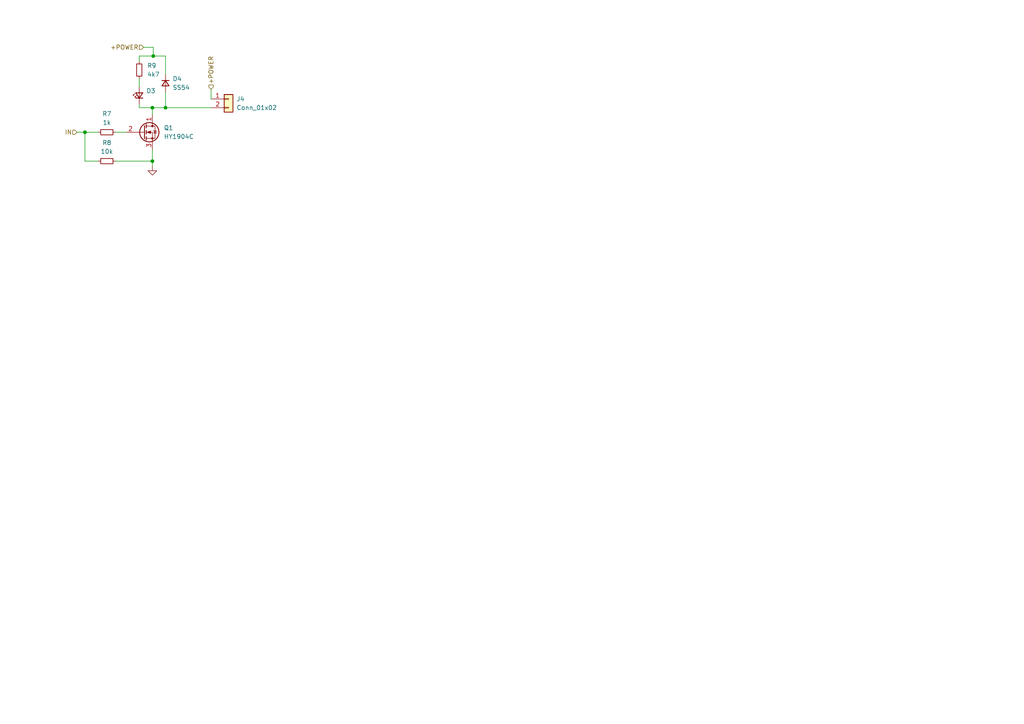
<source format=kicad_sch>
(kicad_sch (version 20211123) (generator eeschema)

  (uuid cddf9476-876b-4158-8e05-0151df443b0d)

  (paper "A4")

  (lib_symbols
    (symbol "Connector_Generic:Conn_01x02" (pin_names (offset 1.016) hide) (in_bom yes) (on_board yes)
      (property "Reference" "J" (id 0) (at 0 2.54 0)
        (effects (font (size 1.27 1.27)))
      )
      (property "Value" "Conn_01x02" (id 1) (at 0 -5.08 0)
        (effects (font (size 1.27 1.27)))
      )
      (property "Footprint" "" (id 2) (at 0 0 0)
        (effects (font (size 1.27 1.27)) hide)
      )
      (property "Datasheet" "~" (id 3) (at 0 0 0)
        (effects (font (size 1.27 1.27)) hide)
      )
      (property "ki_keywords" "connector" (id 4) (at 0 0 0)
        (effects (font (size 1.27 1.27)) hide)
      )
      (property "ki_description" "Generic connector, single row, 01x02, script generated (kicad-library-utils/schlib/autogen/connector/)" (id 5) (at 0 0 0)
        (effects (font (size 1.27 1.27)) hide)
      )
      (property "ki_fp_filters" "Connector*:*_1x??_*" (id 6) (at 0 0 0)
        (effects (font (size 1.27 1.27)) hide)
      )
      (symbol "Conn_01x02_1_1"
        (rectangle (start -1.27 -2.413) (end 0 -2.667)
          (stroke (width 0.1524) (type default) (color 0 0 0 0))
          (fill (type none))
        )
        (rectangle (start -1.27 0.127) (end 0 -0.127)
          (stroke (width 0.1524) (type default) (color 0 0 0 0))
          (fill (type none))
        )
        (rectangle (start -1.27 1.27) (end 1.27 -3.81)
          (stroke (width 0.254) (type default) (color 0 0 0 0))
          (fill (type background))
        )
        (pin passive line (at -5.08 0 0) (length 3.81)
          (name "Pin_1" (effects (font (size 1.27 1.27))))
          (number "1" (effects (font (size 1.27 1.27))))
        )
        (pin passive line (at -5.08 -2.54 0) (length 3.81)
          (name "Pin_2" (effects (font (size 1.27 1.27))))
          (number "2" (effects (font (size 1.27 1.27))))
        )
      )
    )
    (symbol "Device:D_Small" (pin_numbers hide) (pin_names (offset 0.254) hide) (in_bom yes) (on_board yes)
      (property "Reference" "D" (id 0) (at -1.27 2.032 0)
        (effects (font (size 1.27 1.27)) (justify left))
      )
      (property "Value" "D_Small" (id 1) (at -3.81 -2.032 0)
        (effects (font (size 1.27 1.27)) (justify left))
      )
      (property "Footprint" "" (id 2) (at 0 0 90)
        (effects (font (size 1.27 1.27)) hide)
      )
      (property "Datasheet" "~" (id 3) (at 0 0 90)
        (effects (font (size 1.27 1.27)) hide)
      )
      (property "ki_keywords" "diode" (id 4) (at 0 0 0)
        (effects (font (size 1.27 1.27)) hide)
      )
      (property "ki_description" "Diode, small symbol" (id 5) (at 0 0 0)
        (effects (font (size 1.27 1.27)) hide)
      )
      (property "ki_fp_filters" "TO-???* *_Diode_* *SingleDiode* D_*" (id 6) (at 0 0 0)
        (effects (font (size 1.27 1.27)) hide)
      )
      (symbol "D_Small_0_1"
        (polyline
          (pts
            (xy -0.762 -1.016)
            (xy -0.762 1.016)
          )
          (stroke (width 0.254) (type default) (color 0 0 0 0))
          (fill (type none))
        )
        (polyline
          (pts
            (xy -0.762 0)
            (xy 0.762 0)
          )
          (stroke (width 0) (type default) (color 0 0 0 0))
          (fill (type none))
        )
        (polyline
          (pts
            (xy 0.762 -1.016)
            (xy -0.762 0)
            (xy 0.762 1.016)
            (xy 0.762 -1.016)
          )
          (stroke (width 0.254) (type default) (color 0 0 0 0))
          (fill (type none))
        )
      )
      (symbol "D_Small_1_1"
        (pin passive line (at -2.54 0 0) (length 1.778)
          (name "K" (effects (font (size 1.27 1.27))))
          (number "1" (effects (font (size 1.27 1.27))))
        )
        (pin passive line (at 2.54 0 180) (length 1.778)
          (name "A" (effects (font (size 1.27 1.27))))
          (number "2" (effects (font (size 1.27 1.27))))
        )
      )
    )
    (symbol "Device:LED_Small" (pin_numbers hide) (pin_names (offset 0.254) hide) (in_bom yes) (on_board yes)
      (property "Reference" "D" (id 0) (at -1.27 3.175 0)
        (effects (font (size 1.27 1.27)) (justify left))
      )
      (property "Value" "LED_Small" (id 1) (at -4.445 -2.54 0)
        (effects (font (size 1.27 1.27)) (justify left))
      )
      (property "Footprint" "" (id 2) (at 0 0 90)
        (effects (font (size 1.27 1.27)) hide)
      )
      (property "Datasheet" "~" (id 3) (at 0 0 90)
        (effects (font (size 1.27 1.27)) hide)
      )
      (property "ki_keywords" "LED diode light-emitting-diode" (id 4) (at 0 0 0)
        (effects (font (size 1.27 1.27)) hide)
      )
      (property "ki_description" "Light emitting diode, small symbol" (id 5) (at 0 0 0)
        (effects (font (size 1.27 1.27)) hide)
      )
      (property "ki_fp_filters" "LED* LED_SMD:* LED_THT:*" (id 6) (at 0 0 0)
        (effects (font (size 1.27 1.27)) hide)
      )
      (symbol "LED_Small_0_1"
        (polyline
          (pts
            (xy -0.762 -1.016)
            (xy -0.762 1.016)
          )
          (stroke (width 0.254) (type default) (color 0 0 0 0))
          (fill (type none))
        )
        (polyline
          (pts
            (xy 1.016 0)
            (xy -0.762 0)
          )
          (stroke (width 0) (type default) (color 0 0 0 0))
          (fill (type none))
        )
        (polyline
          (pts
            (xy 0.762 -1.016)
            (xy -0.762 0)
            (xy 0.762 1.016)
            (xy 0.762 -1.016)
          )
          (stroke (width 0.254) (type default) (color 0 0 0 0))
          (fill (type none))
        )
        (polyline
          (pts
            (xy 0 0.762)
            (xy -0.508 1.27)
            (xy -0.254 1.27)
            (xy -0.508 1.27)
            (xy -0.508 1.016)
          )
          (stroke (width 0) (type default) (color 0 0 0 0))
          (fill (type none))
        )
        (polyline
          (pts
            (xy 0.508 1.27)
            (xy 0 1.778)
            (xy 0.254 1.778)
            (xy 0 1.778)
            (xy 0 1.524)
          )
          (stroke (width 0) (type default) (color 0 0 0 0))
          (fill (type none))
        )
      )
      (symbol "LED_Small_1_1"
        (pin passive line (at -2.54 0 0) (length 1.778)
          (name "K" (effects (font (size 1.27 1.27))))
          (number "1" (effects (font (size 1.27 1.27))))
        )
        (pin passive line (at 2.54 0 180) (length 1.778)
          (name "A" (effects (font (size 1.27 1.27))))
          (number "2" (effects (font (size 1.27 1.27))))
        )
      )
    )
    (symbol "Device:Q_NMOS_DGS" (pin_names (offset 0) hide) (in_bom yes) (on_board yes)
      (property "Reference" "Q" (id 0) (at 5.08 1.27 0)
        (effects (font (size 1.27 1.27)) (justify left))
      )
      (property "Value" "Q_NMOS_DGS" (id 1) (at 5.08 -1.27 0)
        (effects (font (size 1.27 1.27)) (justify left))
      )
      (property "Footprint" "" (id 2) (at 5.08 2.54 0)
        (effects (font (size 1.27 1.27)) hide)
      )
      (property "Datasheet" "~" (id 3) (at 0 0 0)
        (effects (font (size 1.27 1.27)) hide)
      )
      (property "ki_keywords" "transistor NMOS N-MOS N-MOSFET" (id 4) (at 0 0 0)
        (effects (font (size 1.27 1.27)) hide)
      )
      (property "ki_description" "N-MOSFET transistor, drain/gate/source" (id 5) (at 0 0 0)
        (effects (font (size 1.27 1.27)) hide)
      )
      (symbol "Q_NMOS_DGS_0_1"
        (polyline
          (pts
            (xy 0.254 0)
            (xy -2.54 0)
          )
          (stroke (width 0) (type default) (color 0 0 0 0))
          (fill (type none))
        )
        (polyline
          (pts
            (xy 0.254 1.905)
            (xy 0.254 -1.905)
          )
          (stroke (width 0.254) (type default) (color 0 0 0 0))
          (fill (type none))
        )
        (polyline
          (pts
            (xy 0.762 -1.27)
            (xy 0.762 -2.286)
          )
          (stroke (width 0.254) (type default) (color 0 0 0 0))
          (fill (type none))
        )
        (polyline
          (pts
            (xy 0.762 0.508)
            (xy 0.762 -0.508)
          )
          (stroke (width 0.254) (type default) (color 0 0 0 0))
          (fill (type none))
        )
        (polyline
          (pts
            (xy 0.762 2.286)
            (xy 0.762 1.27)
          )
          (stroke (width 0.254) (type default) (color 0 0 0 0))
          (fill (type none))
        )
        (polyline
          (pts
            (xy 2.54 2.54)
            (xy 2.54 1.778)
          )
          (stroke (width 0) (type default) (color 0 0 0 0))
          (fill (type none))
        )
        (polyline
          (pts
            (xy 2.54 -2.54)
            (xy 2.54 0)
            (xy 0.762 0)
          )
          (stroke (width 0) (type default) (color 0 0 0 0))
          (fill (type none))
        )
        (polyline
          (pts
            (xy 0.762 -1.778)
            (xy 3.302 -1.778)
            (xy 3.302 1.778)
            (xy 0.762 1.778)
          )
          (stroke (width 0) (type default) (color 0 0 0 0))
          (fill (type none))
        )
        (polyline
          (pts
            (xy 1.016 0)
            (xy 2.032 0.381)
            (xy 2.032 -0.381)
            (xy 1.016 0)
          )
          (stroke (width 0) (type default) (color 0 0 0 0))
          (fill (type outline))
        )
        (polyline
          (pts
            (xy 2.794 0.508)
            (xy 2.921 0.381)
            (xy 3.683 0.381)
            (xy 3.81 0.254)
          )
          (stroke (width 0) (type default) (color 0 0 0 0))
          (fill (type none))
        )
        (polyline
          (pts
            (xy 3.302 0.381)
            (xy 2.921 -0.254)
            (xy 3.683 -0.254)
            (xy 3.302 0.381)
          )
          (stroke (width 0) (type default) (color 0 0 0 0))
          (fill (type none))
        )
        (circle (center 1.651 0) (radius 2.794)
          (stroke (width 0.254) (type default) (color 0 0 0 0))
          (fill (type none))
        )
        (circle (center 2.54 -1.778) (radius 0.254)
          (stroke (width 0) (type default) (color 0 0 0 0))
          (fill (type outline))
        )
        (circle (center 2.54 1.778) (radius 0.254)
          (stroke (width 0) (type default) (color 0 0 0 0))
          (fill (type outline))
        )
      )
      (symbol "Q_NMOS_DGS_1_1"
        (pin passive line (at 2.54 5.08 270) (length 2.54)
          (name "D" (effects (font (size 1.27 1.27))))
          (number "1" (effects (font (size 1.27 1.27))))
        )
        (pin input line (at -5.08 0 0) (length 2.54)
          (name "G" (effects (font (size 1.27 1.27))))
          (number "2" (effects (font (size 1.27 1.27))))
        )
        (pin passive line (at 2.54 -5.08 90) (length 2.54)
          (name "S" (effects (font (size 1.27 1.27))))
          (number "3" (effects (font (size 1.27 1.27))))
        )
      )
    )
    (symbol "Device:R_Small" (pin_numbers hide) (pin_names (offset 0.254) hide) (in_bom yes) (on_board yes)
      (property "Reference" "R" (id 0) (at 0.762 0.508 0)
        (effects (font (size 1.27 1.27)) (justify left))
      )
      (property "Value" "R_Small" (id 1) (at 0.762 -1.016 0)
        (effects (font (size 1.27 1.27)) (justify left))
      )
      (property "Footprint" "" (id 2) (at 0 0 0)
        (effects (font (size 1.27 1.27)) hide)
      )
      (property "Datasheet" "~" (id 3) (at 0 0 0)
        (effects (font (size 1.27 1.27)) hide)
      )
      (property "ki_keywords" "R resistor" (id 4) (at 0 0 0)
        (effects (font (size 1.27 1.27)) hide)
      )
      (property "ki_description" "Resistor, small symbol" (id 5) (at 0 0 0)
        (effects (font (size 1.27 1.27)) hide)
      )
      (property "ki_fp_filters" "R_*" (id 6) (at 0 0 0)
        (effects (font (size 1.27 1.27)) hide)
      )
      (symbol "R_Small_0_1"
        (rectangle (start -0.762 1.778) (end 0.762 -1.778)
          (stroke (width 0.2032) (type default) (color 0 0 0 0))
          (fill (type none))
        )
      )
      (symbol "R_Small_1_1"
        (pin passive line (at 0 2.54 270) (length 0.762)
          (name "~" (effects (font (size 1.27 1.27))))
          (number "1" (effects (font (size 1.27 1.27))))
        )
        (pin passive line (at 0 -2.54 90) (length 0.762)
          (name "~" (effects (font (size 1.27 1.27))))
          (number "2" (effects (font (size 1.27 1.27))))
        )
      )
    )
    (symbol "power:GND" (power) (pin_names (offset 0)) (in_bom yes) (on_board yes)
      (property "Reference" "#PWR" (id 0) (at 0 -6.35 0)
        (effects (font (size 1.27 1.27)) hide)
      )
      (property "Value" "GND" (id 1) (at 0 -3.81 0)
        (effects (font (size 1.27 1.27)))
      )
      (property "Footprint" "" (id 2) (at 0 0 0)
        (effects (font (size 1.27 1.27)) hide)
      )
      (property "Datasheet" "" (id 3) (at 0 0 0)
        (effects (font (size 1.27 1.27)) hide)
      )
      (property "ki_keywords" "power-flag" (id 4) (at 0 0 0)
        (effects (font (size 1.27 1.27)) hide)
      )
      (property "ki_description" "Power symbol creates a global label with name \"GND\" , ground" (id 5) (at 0 0 0)
        (effects (font (size 1.27 1.27)) hide)
      )
      (symbol "GND_0_1"
        (polyline
          (pts
            (xy 0 0)
            (xy 0 -1.27)
            (xy 1.27 -1.27)
            (xy 0 -2.54)
            (xy -1.27 -1.27)
            (xy 0 -1.27)
          )
          (stroke (width 0) (type default) (color 0 0 0 0))
          (fill (type none))
        )
      )
      (symbol "GND_1_1"
        (pin power_in line (at 0 0 270) (length 0) hide
          (name "GND" (effects (font (size 1.27 1.27))))
          (number "1" (effects (font (size 1.27 1.27))))
        )
      )
    )
  )

  (junction (at 44.196 46.736) (diameter 0) (color 0 0 0 0)
    (uuid 243f21bb-5434-4dcd-8181-1c535d550299)
  )
  (junction (at 44.45 16.256) (diameter 0) (color 0 0 0 0)
    (uuid 2e3e66b5-bd0a-41c5-851e-cc14627771b0)
  )
  (junction (at 24.638 38.354) (diameter 0) (color 0 0 0 0)
    (uuid 3d1ff55b-c829-4b45-a771-6656f4d9fbb9)
  )
  (junction (at 44.196 31.242) (diameter 0) (color 0 0 0 0)
    (uuid 717b4220-430a-4449-9944-eae7257adec9)
  )
  (junction (at 48.006 31.242) (diameter 0) (color 0 0 0 0)
    (uuid ea6d917b-c792-4edb-9b6a-678e9e5c0df2)
  )

  (wire (pts (xy 61.214 25.908) (xy 61.214 28.702))
    (stroke (width 0) (type default) (color 0 0 0 0))
    (uuid 00ba147e-9ccf-4be8-a7c7-db79b18d0aa2)
  )
  (wire (pts (xy 44.196 31.242) (xy 48.006 31.242))
    (stroke (width 0) (type default) (color 0 0 0 0))
    (uuid 05646abc-56b5-47f7-ab74-7318d260b238)
  )
  (wire (pts (xy 40.386 30.226) (xy 40.386 31.242))
    (stroke (width 0) (type default) (color 0 0 0 0))
    (uuid 0801e022-8232-4c40-ad57-9ed7e37c9f73)
  )
  (wire (pts (xy 44.45 16.256) (xy 48.006 16.256))
    (stroke (width 0) (type default) (color 0 0 0 0))
    (uuid 0fa33d7e-5cb8-4498-a549-99056520cdd5)
  )
  (wire (pts (xy 24.638 46.736) (xy 28.448 46.736))
    (stroke (width 0) (type default) (color 0 0 0 0))
    (uuid 1fef3f39-d123-4ca9-b936-fd3be418b215)
  )
  (wire (pts (xy 40.386 22.86) (xy 40.386 25.146))
    (stroke (width 0) (type default) (color 0 0 0 0))
    (uuid 39d1fb33-0b6d-417b-8395-ced6c622296e)
  )
  (wire (pts (xy 48.006 31.242) (xy 48.006 26.67))
    (stroke (width 0) (type default) (color 0 0 0 0))
    (uuid 68b840fa-468f-42a7-83d5-4cb7e4ef7f2d)
  )
  (wire (pts (xy 44.196 31.242) (xy 44.196 33.274))
    (stroke (width 0) (type default) (color 0 0 0 0))
    (uuid 7290e790-4b16-43b7-bc6d-3e90a84adae9)
  )
  (wire (pts (xy 40.386 16.256) (xy 44.45 16.256))
    (stroke (width 0) (type default) (color 0 0 0 0))
    (uuid 98dbbd6f-f531-4404-b400-c3d73caacf0d)
  )
  (wire (pts (xy 48.006 31.242) (xy 61.214 31.242))
    (stroke (width 0) (type default) (color 0 0 0 0))
    (uuid 9d2a4d9a-5251-487b-af87-ae35498ccdc9)
  )
  (wire (pts (xy 41.656 13.716) (xy 44.45 13.716))
    (stroke (width 0) (type default) (color 0 0 0 0))
    (uuid a2493a3b-29c0-4fe2-9c50-16e3ecb75dca)
  )
  (wire (pts (xy 40.386 17.78) (xy 40.386 16.256))
    (stroke (width 0) (type default) (color 0 0 0 0))
    (uuid acbd229e-bdd4-49a1-b053-14435efb1e79)
  )
  (wire (pts (xy 44.196 46.736) (xy 44.196 43.434))
    (stroke (width 0) (type default) (color 0 0 0 0))
    (uuid ba4c0e38-77b8-4632-981f-883ae0bf2745)
  )
  (wire (pts (xy 33.528 46.736) (xy 44.196 46.736))
    (stroke (width 0) (type default) (color 0 0 0 0))
    (uuid c09d5280-93eb-42c6-b79e-affbe5ae5359)
  )
  (wire (pts (xy 28.448 38.354) (xy 24.638 38.354))
    (stroke (width 0) (type default) (color 0 0 0 0))
    (uuid c3469581-300f-401b-af4b-5eb36dc30474)
  )
  (wire (pts (xy 33.528 38.354) (xy 36.576 38.354))
    (stroke (width 0) (type default) (color 0 0 0 0))
    (uuid c5f772de-1422-44a5-9b8a-fae5ffbe9571)
  )
  (wire (pts (xy 44.196 46.736) (xy 44.196 48.26))
    (stroke (width 0) (type default) (color 0 0 0 0))
    (uuid cbb1d8ed-5978-478c-92ed-fd024d8b7437)
  )
  (wire (pts (xy 24.638 38.354) (xy 24.638 46.736))
    (stroke (width 0) (type default) (color 0 0 0 0))
    (uuid d31acdd6-81e7-4b6a-aad3-4f7ec3e95c83)
  )
  (wire (pts (xy 48.006 16.256) (xy 48.006 21.59))
    (stroke (width 0) (type default) (color 0 0 0 0))
    (uuid d7673bfe-1d10-4dfe-8478-54939a955019)
  )
  (wire (pts (xy 44.45 13.716) (xy 44.45 16.256))
    (stroke (width 0) (type default) (color 0 0 0 0))
    (uuid d964c4fc-a619-4264-82e2-e4f13c666ba6)
  )
  (wire (pts (xy 22.352 38.354) (xy 24.638 38.354))
    (stroke (width 0) (type default) (color 0 0 0 0))
    (uuid f26945c9-8054-4e60-940c-b9dd2df5a334)
  )
  (wire (pts (xy 40.386 31.242) (xy 44.196 31.242))
    (stroke (width 0) (type default) (color 0 0 0 0))
    (uuid f732ea8b-804d-448c-945e-8f691be5f859)
  )

  (hierarchical_label "+POWER" (shape input) (at 41.656 13.716 180)
    (effects (font (size 1.27 1.27)) (justify right))
    (uuid 505681e2-d6c2-4046-b087-4a277f64de4e)
  )
  (hierarchical_label "+POWER" (shape input) (at 61.214 25.908 90)
    (effects (font (size 1.27 1.27)) (justify left))
    (uuid c5640e72-18db-4113-848e-6f90d3f28e86)
  )
  (hierarchical_label "IN" (shape input) (at 22.352 38.354 180)
    (effects (font (size 1.27 1.27)) (justify right))
    (uuid fed96721-9dbc-42e9-9614-d715afc05d94)
  )

  (symbol (lib_id "power:GND") (at 44.196 48.26 0) (unit 1)
    (in_bom yes) (on_board yes) (fields_autoplaced)
    (uuid 2d420913-2482-4426-a459-5d33bd45e04d)
    (property "Reference" "#PWR0109" (id 0) (at 44.196 54.61 0)
      (effects (font (size 1.27 1.27)) hide)
    )
    (property "Value" "GND" (id 1) (at 44.196 53.34 0)
      (effects (font (size 1.27 1.27)) hide)
    )
    (property "Footprint" "" (id 2) (at 44.196 48.26 0)
      (effects (font (size 1.27 1.27)) hide)
    )
    (property "Datasheet" "" (id 3) (at 44.196 48.26 0)
      (effects (font (size 1.27 1.27)) hide)
    )
    (pin "1" (uuid 38d91a4f-0ed4-4bac-92e6-35e59eae3921))
  )

  (symbol (lib_id "Device:R_Small") (at 30.988 46.736 90) (unit 1)
    (in_bom yes) (on_board yes) (fields_autoplaced)
    (uuid 31c8e44d-5720-42bb-abb3-d629388f570c)
    (property "Reference" "R8" (id 0) (at 30.988 41.402 90))
    (property "Value" "10k" (id 1) (at 30.988 43.942 90))
    (property "Footprint" "Resistor_SMD:R_0603_1608Metric_Pad0.98x0.95mm_HandSolder" (id 2) (at 30.988 46.736 0)
      (effects (font (size 1.27 1.27)) hide)
    )
    (property "Datasheet" "~" (id 3) (at 30.988 46.736 0)
      (effects (font (size 1.27 1.27)) hide)
    )
    (pin "1" (uuid 12efb856-5df3-4af4-84c9-ee24fefbd6f3))
    (pin "2" (uuid afbe78d0-0bda-4b34-8d4a-42bf834fcfd7))
  )

  (symbol (lib_id "Device:LED_Small") (at 40.386 27.686 90) (unit 1)
    (in_bom yes) (on_board yes) (fields_autoplaced)
    (uuid 445711a2-0f4a-4912-a2b4-21d9d44bfdad)
    (property "Reference" "D3" (id 0) (at 42.418 26.3524 90)
      (effects (font (size 1.27 1.27)) (justify right))
    )
    (property "Value" "LED_Small" (id 1) (at 42.418 28.8924 90)
      (effects (font (size 1.27 1.27)) (justify right) hide)
    )
    (property "Footprint" "" (id 2) (at 40.386 27.686 90)
      (effects (font (size 1.27 1.27)) hide)
    )
    (property "Datasheet" "~" (id 3) (at 40.386 27.686 90)
      (effects (font (size 1.27 1.27)) hide)
    )
    (pin "1" (uuid c704695b-864b-4a16-819c-eaacbbfaac96))
    (pin "2" (uuid d9482014-ce0f-437a-92d0-915edfe219ca))
  )

  (symbol (lib_id "Device:Q_NMOS_DGS") (at 41.656 38.354 0) (unit 1)
    (in_bom yes) (on_board yes) (fields_autoplaced)
    (uuid 7c852210-ae2a-44e6-87f8-a4b2c3095297)
    (property "Reference" "Q1" (id 0) (at 47.498 37.0839 0)
      (effects (font (size 1.27 1.27)) (justify left))
    )
    (property "Value" "HY1904C" (id 1) (at 47.498 39.6239 0)
      (effects (font (size 1.27 1.27)) (justify left))
    )
    (property "Footprint" "" (id 2) (at 46.736 35.814 0)
      (effects (font (size 1.27 1.27)) hide)
    )
    (property "Datasheet" "~" (id 3) (at 41.656 38.354 0)
      (effects (font (size 1.27 1.27)) hide)
    )
    (pin "1" (uuid 58043e16-8a72-45cf-960d-efa389842f1f))
    (pin "2" (uuid 814659cc-839a-48d3-9611-0b88e8963f75))
    (pin "3" (uuid bb0fad83-de39-4ad2-b52a-4c6c71d449d0))
  )

  (symbol (lib_id "Device:R_Small") (at 40.386 20.32 0) (unit 1)
    (in_bom yes) (on_board yes) (fields_autoplaced)
    (uuid bb7d1e6c-96f0-4e70-ac08-167f0315c1d1)
    (property "Reference" "R9" (id 0) (at 42.672 19.0499 0)
      (effects (font (size 1.27 1.27)) (justify left))
    )
    (property "Value" "4k7" (id 1) (at 42.672 21.5899 0)
      (effects (font (size 1.27 1.27)) (justify left))
    )
    (property "Footprint" "Resistor_SMD:R_0603_1608Metric_Pad0.98x0.95mm_HandSolder" (id 2) (at 40.386 20.32 0)
      (effects (font (size 1.27 1.27)) hide)
    )
    (property "Datasheet" "~" (id 3) (at 40.386 20.32 0)
      (effects (font (size 1.27 1.27)) hide)
    )
    (pin "1" (uuid 9073e3dc-a688-4e6f-8a48-5f9069cb31f3))
    (pin "2" (uuid ee825929-1083-48d2-b4cd-9188917401cb))
  )

  (symbol (lib_id "Device:D_Small") (at 48.006 24.13 270) (unit 1)
    (in_bom yes) (on_board yes) (fields_autoplaced)
    (uuid c824409c-4829-417c-ace8-b6c8b7090951)
    (property "Reference" "D4" (id 0) (at 50.038 22.8599 90)
      (effects (font (size 1.27 1.27)) (justify left))
    )
    (property "Value" "SS54" (id 1) (at 50.038 25.3999 90)
      (effects (font (size 1.27 1.27)) (justify left))
    )
    (property "Footprint" "" (id 2) (at 48.006 24.13 90)
      (effects (font (size 1.27 1.27)) hide)
    )
    (property "Datasheet" "~" (id 3) (at 48.006 24.13 90)
      (effects (font (size 1.27 1.27)) hide)
    )
    (pin "1" (uuid cad4b510-ac9d-457e-8194-2f0450c67db4))
    (pin "2" (uuid 8ad00f6c-8b47-434e-b015-e0a989499ca6))
  )

  (symbol (lib_id "Device:R_Small") (at 30.988 38.354 90) (unit 1)
    (in_bom yes) (on_board yes) (fields_autoplaced)
    (uuid f6993dba-9dbd-4f45-af37-9c5750f05e42)
    (property "Reference" "R7" (id 0) (at 30.988 33.02 90))
    (property "Value" "1k" (id 1) (at 30.988 35.56 90))
    (property "Footprint" "Resistor_SMD:R_0603_1608Metric_Pad0.98x0.95mm_HandSolder" (id 2) (at 30.988 38.354 0)
      (effects (font (size 1.27 1.27)) hide)
    )
    (property "Datasheet" "~" (id 3) (at 30.988 38.354 0)
      (effects (font (size 1.27 1.27)) hide)
    )
    (pin "1" (uuid 9c0ba579-fdd2-4dcf-ab64-1725e36841b0))
    (pin "2" (uuid f2d64d3e-dbdb-43b3-966c-a28cc6b59a63))
  )

  (symbol (lib_id "Connector_Generic:Conn_01x02") (at 66.294 28.702 0) (unit 1)
    (in_bom yes) (on_board yes) (fields_autoplaced)
    (uuid fbc1e723-1231-4ae9-8a3a-f2338627afa3)
    (property "Reference" "J4" (id 0) (at 68.58 28.7019 0)
      (effects (font (size 1.27 1.27)) (justify left))
    )
    (property "Value" "Conn_01x02" (id 1) (at 68.58 31.2419 0)
      (effects (font (size 1.27 1.27)) (justify left))
    )
    (property "Footprint" "TerminalBlock_Phoenix:TerminalBlock_Phoenix_MKDS-1,5-2-5.08_1x02_P5.08mm_Horizontal" (id 2) (at 66.294 28.702 0)
      (effects (font (size 1.27 1.27)) hide)
    )
    (property "Datasheet" "~" (id 3) (at 66.294 28.702 0)
      (effects (font (size 1.27 1.27)) hide)
    )
    (pin "1" (uuid 0da39102-d5cd-465e-bedc-6df6adfb3311))
    (pin "2" (uuid 8a81a31a-8a30-43fc-a5cf-ac3dd78c7e9d))
  )
)

</source>
